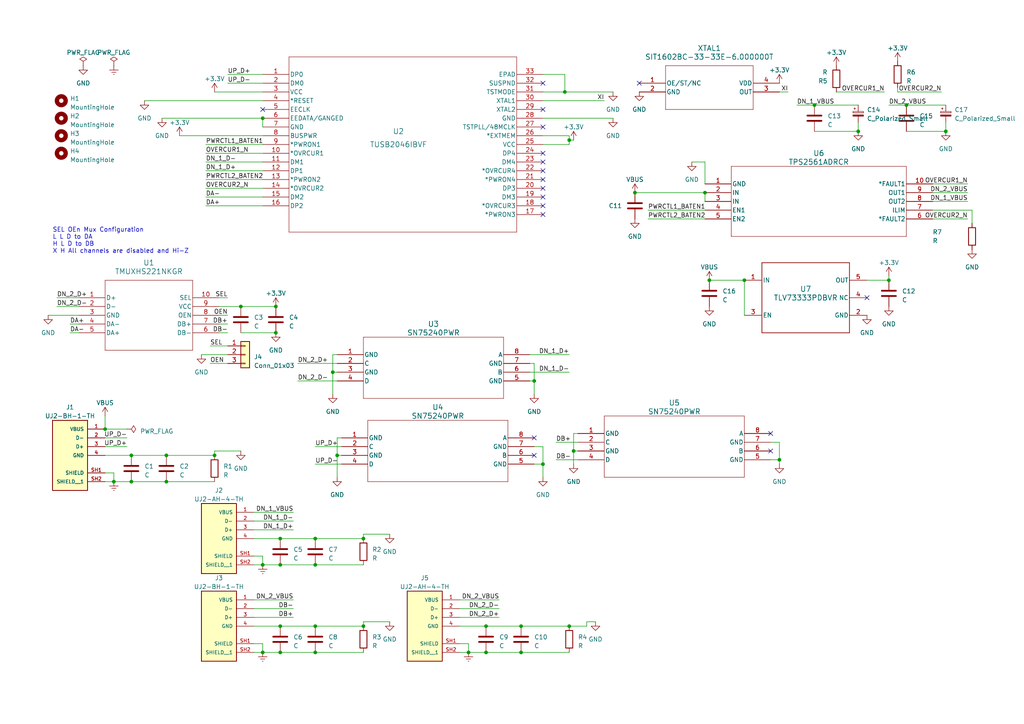
<source format=kicad_sch>
(kicad_sch (version 20230121) (generator eeschema)
  (paper "A4")
  (lib_symbols
    (symbol "Connector_Generic:Conn_01x03" (pin_names (offset 1.016) hide)
      (property "Reference" "J" (at 0 5.08 0))
      (property "Value" "Conn_01x03" (at 0 -5.08 0))
      (symbol "Conn_01x03_1_1"
        (rectangle (start -1.27 -2.413) (end 0 -2.667) (stroke (width 0.1524)))
        (rectangle (start -1.27 0.127) (end 0 -0.127) (stroke (width 0.1524)))
        (rectangle (start -1.27 2.667) (end 0 2.413) (stroke (width 0.1524)))
        (rectangle (start -1.27 3.81) (end 1.27 -3.81) (stroke (width 0.254)) (fill (type background)))
        (pin passive line (at -5.08 2.54 0) (length 3.81) (name "Pin_1") (number "1"))
        (pin passive line (at -5.08 0 0) (length 3.81) (name "Pin_2") (number "2"))
        (pin passive line (at -5.08 -2.54 0) (length 3.81) (name "Pin_3") (number "3"))
      )
    )
    (symbol "Device:C" (pin_numbers hide) (pin_names (offset 0.254))
      (property "Reference" "C" (at 0.635 2.54 0))
      (property "Value" "C" (at 0.635 -2.54 0))
      (symbol "C_0_1"
        (polyline (pts (xy -2.032 -0.762) (xy 2.032 -0.762)) (stroke (width 0.508)))
        (polyline (pts (xy -2.032 0.762) (xy 2.032 0.762)) (stroke (width 0.508)))
      )
      (symbol "C_1_1"
        (pin passive line (at 0 3.81 270) (length 2.794) (name "~") (number "1"))
        (pin passive line (at 0 -3.81 90) (length 2.794) (name "~") (number "2"))
      )
    )
    (symbol "Device:C_Polarized_Small" (pin_numbers hide) (pin_names (offset 0.254) hide)
      (property "Reference" "C" (at 0.254 1.778 0))
      (property "Value" "C_Polarized_Small" (at 0.254 -2.032 0))
      (symbol "C_Polarized_Small_0_1"
        (rectangle (start -1.524 -0.3048) (end 1.524 -0.6858) (fill (type outline)))
        (rectangle (start -1.524 0.6858) (end 1.524 0.3048))
        (polyline (pts (xy -1.27 1.524) (xy -0.762 1.524)))
        (polyline (pts (xy -1.016 1.27) (xy -1.016 1.778)))
      )
      (symbol "C_Polarized_Small_1_1"
        (pin passive line (at 0 2.54 270) (length 1.8542) (name "~") (number "1"))
        (pin passive line (at 0 -2.54 90) (length 1.8542) (name "~") (number "2"))
      )
    )
    (symbol "Device:R" (pin_numbers hide) (pin_names (offset 0))
      (property "Reference" "R" (at 2.032 0 90))
      (property "Value" "R" (at 0 0 90))
      (symbol "R_0_1"
        (rectangle (start -1.016 -2.54) (end 1.016 2.54) (stroke (width 0.254)))
      )
      (symbol "R_1_1"
        (pin passive line (at 0 3.81 270) (length 1.27) (name "~") (number "1"))
        (pin passive line (at 0 -3.81 90) (length 1.27) (name "~") (number "2"))
      )
    )
    (symbol "GP2040-CE-Tester:SIT1602BC-33-33E-6.000000T" (pin_names (offset 0.254))
      (property "Reference" "XTAL" (at 20.32 10.16 0))
      (property "Value" "SIT1602BC-33-33E-6.000000T" (at 20.32 7.62 0))
      (symbol "SIT1602BC-33-33E-6.000000T_0_1"
        (polyline (pts (xy 7.62 -7.62) (xy 33.02 -7.62)) (stroke (width 0.127)))
        (polyline (pts (xy 7.62 5.08) (xy 7.62 -7.62)) (stroke (width 0.127)))
        (polyline (pts (xy 33.02 -7.62) (xy 33.02 5.08)) (stroke (width 0.127)))
        (polyline (pts (xy 33.02 5.08) (xy 7.62 5.08)) (stroke (width 0.127)))
        (pin passive line (at 0 0 0) (length 7.62) (name "OE/ST/NC") (number "1"))
        (pin power_in line (at 0 -2.54 0) (length 7.62) (name "GND") (number "2"))
        (pin output line (at 40.64 -2.54 180) (length 7.62) (name "OUT") (number "3"))
        (pin power_in line (at 40.64 0 180) (length 7.62) (name "VDD") (number "4"))
      )
    )
    (symbol "GP2040-CE-Tester:SN75240PWR" (pin_names (offset 0.254))
      (property "Reference" "U" (at 27.94 10.16 0))
      (property "Value" "SN75240PWR" (at 27.94 7.62 0))
      (symbol "SN75240PWR_0_1"
        (polyline (pts (xy 7.62 -12.7) (xy 48.26 -12.7)) (stroke (width 0.127)))
        (polyline (pts (xy 7.62 5.08) (xy 7.62 -12.7)) (stroke (width 0.127)))
        (polyline (pts (xy 48.26 -12.7) (xy 48.26 5.08)) (stroke (width 0.127)))
        (polyline (pts (xy 48.26 5.08) (xy 7.62 5.08)) (stroke (width 0.127)))
        (pin power_in line (at 0 0 0) (length 7.62) (name "GND") (number "1"))
        (pin input line (at 0 -2.54 0) (length 7.62) (name "C") (number "2"))
        (pin power_in line (at 0 -5.08 0) (length 7.62) (name "GND") (number "3"))
        (pin input line (at 0 -7.62 0) (length 7.62) (name "D") (number "4"))
        (pin power_in line (at 55.88 -7.62 180) (length 7.62) (name "GND") (number "5"))
        (pin input line (at 55.88 -5.08 180) (length 7.62) (name "B") (number "6"))
        (pin power_in line (at 55.88 -2.54 180) (length 7.62) (name "GND") (number "7"))
        (pin input line (at 55.88 0 180) (length 7.62) (name "A") (number "8"))
      )
    )
    (symbol "GP2040-CE-Tester:TLV73333PDBVR" (pin_names (offset 0.254))
      (property "Reference" "U" (at 0 2.54 0))
      (property "Value" "TLV73333PDBVR" (at 0 0 0))
      (symbol "TLV73333PDBVR_0_1"
        (polyline (pts (xy -12.7 -10.16) (xy 12.7 -10.16)) (stroke (width 0.2032)))
        (polyline (pts (xy -12.7 10.16) (xy -12.7 -10.16)) (stroke (width 0.2032)))
        (polyline (pts (xy 12.7 -10.16) (xy 12.7 10.16)) (stroke (width 0.2032)))
        (polyline (pts (xy 12.7 10.16) (xy -12.7 10.16)) (stroke (width 0.2032)))
        (pin power_in line (at -17.78 5.08 0) (length 5.08) (name "IN") (number "1"))
        (pin power_in line (at 17.78 -5.08 180) (length 5.08) (name "GND") (number "2"))
        (pin input line (at -17.78 -5.08 0) (length 5.08) (name "EN") (number "3"))
        (pin unspecified line (at 17.78 0 180) (length 5.08) (name "NC") (number "4"))
        (pin power_in line (at 17.78 5.08 180) (length 5.08) (name "OUT") (number "5"))
      )
    )
    (symbol "GP2040-CE-Tester:TMUXHS221NKGR" (pin_names (offset 0.254))
      (property "Reference" "U" (at 20.32 10.16 0))
      (property "Value" "TMUXHS221NKGR" (at 20.32 7.62 0))
      (symbol "TMUXHS221NKGR_0_1"
        (polyline (pts (xy 7.62 -15.24) (xy 33.02 -15.24)) (stroke (width 0.127)))
        (polyline (pts (xy 7.62 5.08) (xy 7.62 -15.24)) (stroke (width 0.127)))
        (polyline (pts (xy 33.02 -15.24) (xy 33.02 5.08)) (stroke (width 0.127)))
        (polyline (pts (xy 33.02 5.08) (xy 7.62 5.08)) (stroke (width 0.127)))
        (pin bidirectional line (at 0 0 0) (length 7.62) (name "D+") (number "1"))
        (pin input line (at 40.64 0 180) (length 7.62) (name "SEL") (number "10"))
        (pin bidirectional line (at 0 -2.54 0) (length 7.62) (name "D-") (number "2"))
        (pin power_in line (at 0 -5.08 0) (length 7.62) (name "GND") (number "3"))
        (pin bidirectional line (at 0 -7.62 0) (length 7.62) (name "DA-") (number "4"))
        (pin bidirectional line (at 0 -10.16 0) (length 7.62) (name "DA+") (number "5"))
        (pin bidirectional line (at 40.64 -10.16 180) (length 7.62) (name "DB-") (number "6"))
        (pin bidirectional line (at 40.64 -7.62 180) (length 7.62) (name "DB+") (number "7"))
        (pin input line (at 40.64 -5.08 180) (length 7.62) (name "OEN") (number "8"))
        (pin power_in line (at 40.64 -2.54 180) (length 7.62) (name "VCC") (number "9"))
      )
    )
    (symbol "GP2040-CE-Tester:TPS2561ADRCR" (pin_names (offset 0.254))
      (property "Reference" "U" (at 33.02 10.16 0))
      (property "Value" "TPS2561ADRCR" (at 33.02 7.62 0))
      (symbol "TPS2561ADRCR_0_1"
        (polyline (pts (xy 7.62 -15.24) (xy 58.42 -15.24)) (stroke (width 0.127)))
        (polyline (pts (xy 7.62 5.08) (xy 7.62 -15.24)) (stroke (width 0.127)))
        (polyline (pts (xy 58.42 -15.24) (xy 58.42 5.08)) (stroke (width 0.127)))
        (polyline (pts (xy 58.42 5.08) (xy 7.62 5.08)) (stroke (width 0.127)))
        (pin power_in line (at 0 0 0) (length 7.62) (name "GND") (number "1"))
        (pin output line (at 66.04 0 180) (length 7.62) (name "*FAULT1") (number "10"))
        (pin power_in line (at 0 -2.54 0) (length 7.62) (name "IN") (number "2"))
        (pin power_in line (at 0 -5.08 0) (length 7.62) (name "IN") (number "3"))
        (pin input line (at 0 -7.62 0) (length 7.62) (name "EN1") (number "4"))
        (pin input line (at 0 -10.16 0) (length 7.62) (name "EN2") (number "5"))
        (pin output line (at 66.04 -10.16 180) (length 7.62) (name "*FAULT2") (number "6"))
        (pin output line (at 66.04 -7.62 180) (length 7.62) (name "ILIM") (number "7"))
        (pin power_out line (at 66.04 -5.08 180) (length 7.62) (name "OUT2") (number "8"))
        (pin power_out line (at 66.04 -2.54 180) (length 7.62) (name "OUT1") (number "9"))
      )
    )
    (symbol "GP2040-CE-Tester:TUSB2046IBVF" (pin_names (offset 0.254))
      (property "Reference" "U" (at 40.64 10.16 0))
      (property "Value" "TUSB2046IBVF" (at 40.64 7.62 0))
      (symbol "TUSB2046IBVF_0_1"
        (polyline (pts (xy 7.62 -45.72) (xy 73.66 -45.72)) (stroke (width 0.127)))
        (polyline (pts (xy 7.62 5.08) (xy 7.62 -45.72)) (stroke (width 0.127)))
        (polyline (pts (xy 73.66 -45.72) (xy 73.66 5.08)) (stroke (width 0.127)))
        (polyline (pts (xy 73.66 5.08) (xy 7.62 5.08)) (stroke (width 0.127)))
        (pin bidirectional line (at 0 0 0) (length 7.62) (name "DP0") (number "1"))
        (pin input line (at 0 -22.86 0) (length 7.62) (name "*OVRCUR1") (number "10"))
        (pin bidirectional line (at 0 -25.4 0) (length 7.62) (name "DM1") (number "11"))
        (pin bidirectional line (at 0 -27.94 0) (length 7.62) (name "DP1") (number "12"))
        (pin output line (at 0 -30.48 0) (length 7.62) (name "*PWRON2") (number "13"))
        (pin input line (at 0 -33.02 0) (length 7.62) (name "*OVRCUR2") (number "14"))
        (pin bidirectional line (at 0 -35.56 0) (length 7.62) (name "DM2") (number "15"))
        (pin bidirectional line (at 0 -38.1 0) (length 7.62) (name "DP2") (number "16"))
        (pin output line (at 81.28 -40.64 180) (length 7.62) (name "*PWRON3") (number "17"))
        (pin input line (at 81.28 -38.1 180) (length 7.62) (name "*OVRCUR3") (number "18"))
        (pin bidirectional line (at 81.28 -35.56 180) (length 7.62) (name "DM3") (number "19"))
        (pin bidirectional line (at 0 -2.54 0) (length 7.62) (name "DM0") (number "2"))
        (pin bidirectional line (at 81.28 -33.02 180) (length 7.62) (name "DP3") (number "20"))
        (pin output line (at 81.28 -30.48 180) (length 7.62) (name "*PWRON4") (number "21"))
        (pin input line (at 81.28 -27.94 180) (length 7.62) (name "*OVRCUR4") (number "22"))
        (pin bidirectional line (at 81.28 -25.4 180) (length 7.62) (name "DM4") (number "23"))
        (pin bidirectional line (at 81.28 -22.86 180) (length 7.62) (name "DP4") (number "24"))
        (pin power_in line (at 81.28 -20.32 180) (length 7.62) (name "VCC") (number "25"))
        (pin input line (at 81.28 -17.78 180) (length 7.62) (name "*EXTMEM") (number "26"))
        (pin passive line (at 81.28 -15.24 180) (length 7.62) (name "TSTPLL/48MCLK") (number "27"))
        (pin power_in line (at 81.28 -12.7 180) (length 7.62) (name "GND") (number "28"))
        (pin output line (at 81.28 -10.16 180) (length 7.62) (name "XTAL2") (number "29"))
        (pin power_in line (at 0 -5.08 0) (length 7.62) (name "VCC") (number "3"))
        (pin input line (at 81.28 -7.62 180) (length 7.62) (name "XTAL1") (number "30"))
        (pin passive line (at 81.28 -5.08 180) (length 7.62) (name "TSTMODE") (number "31"))
        (pin output line (at 81.28 -2.54 180) (length 7.62) (name "SUSPND") (number "32"))
        (pin passive line (at 81.28 0 180) (length 7.62) (name "EPAD") (number "33"))
        (pin input line (at 0 -7.62 0) (length 7.62) (name "*RESET") (number "4"))
        (pin output line (at 0 -10.16 0) (length 7.62) (name "EECLK") (number "5"))
        (pin bidirectional line (at 0 -12.7 0) (length 7.62) (name "EEDATA/GANGED") (number "6"))
        (pin power_in line (at 0 -15.24 0) (length 7.62) (name "GND") (number "7"))
        (pin input line (at 0 -17.78 0) (length 7.62) (name "BUSPWR") (number "8"))
        (pin output line (at 0 -20.32 0) (length 7.62) (name "*PWRON1") (number "9"))
      )
    )
    (symbol "GP2040-CE-Tester:UJ2-AH-4-TH" (pin_names (offset 1.016))
      (property "Reference" "J" (at -5.08 7.62 0))
      (property "Value" "UJ2-AH-4-TH" (at -5.08 -15.24 0))
      (symbol "UJ2-AH-4-TH_0_0"
        (rectangle (start -5.08 7.62) (end 5.08 -12.7) (stroke (width 0.254)) (fill (type background)))
        (pin power_in line (at 10.16 5.08 180) (length 5.08) (name "VBUS") (number "1"))
        (pin bidirectional line (at 10.16 2.54 180) (length 5.08) (name "D-") (number "2"))
        (pin bidirectional line (at 10.16 0 180) (length 5.08) (name "D+") (number "3"))
        (pin power_in line (at 10.16 -2.54 180) (length 5.08) (name "GND") (number "4"))
        (pin passive line (at 10.16 -7.62 180) (length 5.08) (name "SHIELD") (number "SH1"))
        (pin passive line (at 10.16 -10.16 180) (length 5.08) (name "SHIELD__1") (number "SH2"))
      )
    )
    (symbol "GP2040-CE-Tester:UJ2-BH-1-TH" (pin_names (offset 1.016))
      (property "Reference" "J" (at -5.08 7.62 0))
      (property "Value" "UJ2-BH-1-TH" (at -5.08 -15.24 0))
      (symbol "UJ2-BH-1-TH_0_0"
        (rectangle (start -5.08 -12.7) (end 5.08 7.62) (stroke (width 0.254)) (fill (type background)))
        (pin power_in line (at 10.16 5.08 180) (length 5.08) (name "VBUS") (number "1"))
        (pin bidirectional line (at 10.16 2.54 180) (length 5.08) (name "D-") (number "2"))
        (pin bidirectional line (at 10.16 0 180) (length 5.08) (name "D+") (number "3"))
        (pin power_in line (at 10.16 -2.54 180) (length 5.08) (name "GND") (number "4"))
        (pin passive line (at 10.16 -7.62 180) (length 5.08) (name "SHIELD") (number "SH1"))
        (pin passive line (at 10.16 -10.16 180) (length 5.08) (name "SHIELD__1") (number "SH2"))
      )
    )
    (symbol "Mechanical:MountingHole" (pin_names (offset 1.016))
      (property "Reference" "H" (at 0 5.08 0))
      (property "Value" "MountingHole" (at 0 3.175 0))
      (symbol "MountingHole_0_1"
        (circle (center 0 0) (radius 1.27) (stroke (width 1.27)))
      )
    )
    (symbol "power:+3.3V" (power) (pin_names (offset 0))
      (property "Value" "+3.3V" (at 0 3.556 0))
      (symbol "+3.3V_0_1"
        (polyline (pts (xy -0.762 1.27) (xy 0 2.54)))
        (polyline (pts (xy 0 0) (xy 0 2.54)))
        (polyline (pts (xy 0 2.54) (xy 0.762 1.27)))
      )
      (symbol "+3.3V_1_1"
        (pin power_in line (at 0 0 90) (length 0) hide (name "+3.3V") (number "1"))
      )
    )
    (symbol "power:Earth" (power) (pin_names (offset 0))
      (symbol "Earth_0_1"
        (polyline (pts (xy -0.635 -1.905) (xy 0.635 -1.905)))
        (polyline (pts (xy -0.127 -2.54) (xy 0.127 -2.54)))
        (polyline (pts (xy 0 -1.27) (xy 0 0)))
        (polyline (pts (xy 1.27 -1.27) (xy -1.27 -1.27)))
      )
      (symbol "Earth_1_1"
        (pin power_in line (at 0 0 270) (length 0) hide (name "Earth") (number "1"))
      )
    )
    (symbol "power:GND" (power) (pin_names (offset 0))
      (property "Value" "GND" (at 0 -3.81 0))
      (symbol "GND_0_1"
        (polyline (pts (xy 0 0) (xy 0 -1.27) (xy 1.27 -1.27) (xy 0 -2.54) (xy -1.27 -1.27) (xy 0 -1.27)))
      )
      (symbol "GND_1_1"
        (pin power_in line (at 0 0 270) (length 0) hide (name "GND") (number "1"))
      )
    )
    (symbol "power:PWR_FLAG" (power) (pin_numbers hide) (pin_names (offset 0) hide)
      (property "Value" "PWR_FLAG" (at 0 3.81 0))
      (symbol "PWR_FLAG_0_0"
        (pin power_out line (at 0 0 90) (length 0) (name "pwr") (number "1"))
      )
      (symbol "PWR_FLAG_0_1"
        (polyline (pts (xy 0 0) (xy 0 1.27) (xy -1.016 1.905) (xy 0 2.54) (xy 1.016 1.905) (xy 0 1.27)))
      )
    )
    (symbol "power:VBUS" (power) (pin_names (offset 0))
      (property "Value" "VBUS" (at 0 3.81 0))
      (symbol "VBUS_0_1"
        (polyline (pts (xy -0.762 1.27) (xy 0 2.54)))
        (polyline (pts (xy 0 0) (xy 0 2.54)))
        (polyline (pts (xy 0 2.54) (xy 0.762 1.27)))
      )
      (symbol "VBUS_1_1"
        (pin power_in line (at 0 0 90) (length 0) hide (name "VBUS") (number "1"))
      )
    )
  )
  (junction (at 205.74 81.28))
  (junction (at 30.48 124.46))
  (junction (at 91.44 156.21))
  (junction (at 257.81 81.28))
  (junction (at 97.79 132.08))
  (junction (at 69.85 88.9))
  (junction (at 80.01 96.52))
  (junction (at 151.13 181.61))
  (junction (at 76.2 163.83))
  (junction (at 154.94 110.49))
  (junction (at 151.13 189.23))
  (junction (at 81.28 156.21))
  (junction (at 236.22 30.48))
  (junction (at 81.28 189.23))
  (junction (at 91.44 163.83))
  (junction (at 105.41 181.61))
  (junction (at 48.26 139.7))
  (junction (at 204.47 55.88))
  (junction (at 33.02 139.7))
  (junction (at 165.1 181.61))
  (junction (at 166.37 130.81))
  (junction (at 91.44 181.61))
  (junction (at 91.44 189.23))
  (junction (at 81.28 163.83))
  (junction (at 38.1 132.08))
  (junction (at 81.28 181.61))
  (junction (at 135.89 189.23))
  (junction (at 38.1 139.7))
  (junction (at 262.89 30.48))
  (junction (at 274.32 38.1))
  (junction (at 248.92 38.1))
  (junction (at 76.2 189.23))
  (junction (at 140.97 189.23))
  (junction (at 215.9 81.28))
  (junction (at 48.26 132.08))
  (junction (at 226.06 133.35))
  (junction (at 184.15 55.88))
  (junction (at 76.2 34.29))
  (junction (at 140.97 181.61))
  (junction (at 165.1 40.64))
  (junction (at 157.48 134.62))
  (junction (at 62.23 132.08))
  (junction (at 80.01 88.9))
  (junction (at 163.83 26.67))
  (junction (at 96.52 107.95))
  (junction (at 105.41 156.21))
  (no_connect (at 157.48 59.69))
  (no_connect (at 157.48 62.23))
  (no_connect (at 157.48 36.83))
  (no_connect (at 223.52 125.73))
  (no_connect (at 154.94 132.08))
  (no_connect (at 251.46 86.36))
  (no_connect (at 157.48 46.99))
  (no_connect (at 157.48 54.61))
  (no_connect (at 154.94 127))
  (no_connect (at 157.48 52.07))
  (no_connect (at 76.2 31.75))
  (no_connect (at 185.42 24.13))
  (no_connect (at 157.48 31.75))
  (no_connect (at 223.52 130.81))
  (no_connect (at 157.48 24.13))
  (no_connect (at 157.48 44.45))
  (no_connect (at 157.48 57.15))
  (no_connect (at 157.48 49.53))
  (wire (pts (xy 76.2 163.83) (xy 76.2 161.29)))
  (wire (pts (xy 36.83 129.54) (xy 30.48 129.54)))
  (wire (pts (xy 228.6 26.67) (xy 226.06 26.67)))
  (wire (pts (xy 97.79 132.08) (xy 97.79 138.43)))
  (wire (pts (xy 204.47 46.99) (xy 200.66 46.99)))
  (wire (pts (xy 157.48 129.54) (xy 157.48 134.62)))
  (wire (pts (xy 257.81 30.48) (xy 262.89 30.48)))
  (wire (pts (xy 154.94 134.62) (xy 157.48 134.62)))
  (wire (pts (xy 59.69 49.53) (xy 76.2 49.53)))
  (wire (pts (xy 66.04 24.13) (xy 76.2 24.13)))
  (wire (pts (xy 161.29 128.27) (xy 167.64 128.27)))
  (wire (pts (xy 144.78 179.07) (xy 133.35 179.07)))
  (wire (pts (xy 165.1 41.91) (xy 165.1 40.64)))
  (wire (pts (xy 66.04 96.52) (xy 63.5 96.52)))
  (wire (pts (xy 133.35 181.61) (xy 140.97 181.61)))
  (wire (pts (xy 260.35 26.67) (xy 260.35 25.4)))
  (wire (pts (xy 157.48 134.62) (xy 157.48 138.43)))
  (wire (pts (xy 96.52 107.95) (xy 97.79 107.95)))
  (wire (pts (xy 184.15 55.88) (xy 204.47 55.88)))
  (wire (pts (xy 236.22 30.48) (xy 248.92 30.48)))
  (wire (pts (xy 69.85 88.9) (xy 80.01 88.9)))
  (wire (pts (xy 73.66 181.61) (xy 81.28 181.61)))
  (wire (pts (xy 91.44 134.62) (xy 99.06 134.62)))
  (wire (pts (xy 36.83 127) (xy 30.48 127)))
  (wire (pts (xy 62.23 26.67) (xy 76.2 26.67)))
  (wire (pts (xy 97.79 132.08) (xy 99.06 132.08)))
  (wire (pts (xy 66.04 91.44) (xy 63.5 91.44)))
  (wire (pts (xy 165.1 181.61) (xy 170.18 181.61)))
  (wire (pts (xy 161.29 133.35) (xy 167.64 133.35)))
  (wire (pts (xy 85.09 148.59) (xy 73.66 148.59)))
  (wire (pts (xy 59.69 57.15) (xy 76.2 57.15)))
  (wire (pts (xy 151.13 181.61) (xy 165.1 181.61)))
  (wire (pts (xy 59.69 54.61) (xy 76.2 54.61)))
  (wire (pts (xy 151.13 189.23) (xy 165.1 189.23)))
  (wire (pts (xy 154.94 105.41) (xy 154.94 110.49)))
  (wire (pts (xy 38.1 139.7) (xy 48.26 139.7)))
  (wire (pts (xy 30.48 139.7) (xy 33.02 139.7)))
  (wire (pts (xy 223.52 133.35) (xy 226.06 133.35)))
  (wire (pts (xy 163.83 21.59) (xy 163.83 26.67)))
  (wire (pts (xy 251.46 81.28) (xy 257.81 81.28)))
  (wire (pts (xy 105.41 181.61) (xy 105.41 180.34)))
  (wire (pts (xy 144.78 173.99) (xy 133.35 173.99)))
  (wire (pts (xy 60.96 105.41) (xy 66.04 105.41)))
  (wire (pts (xy 280.67 53.34) (xy 270.51 53.34)))
  (wire (pts (xy 223.52 128.27) (xy 226.06 128.27)))
  (wire (pts (xy 226.06 133.35) (xy 226.06 134.62)))
  (wire (pts (xy 170.18 180.34) (xy 172.72 180.34)))
  (wire (pts (xy 91.44 181.61) (xy 105.41 181.61)))
  (wire (pts (xy 66.04 86.36) (xy 63.5 86.36)))
  (wire (pts (xy 59.69 44.45) (xy 76.2 44.45)))
  (wire (pts (xy 76.2 189.23) (xy 76.2 186.69)))
  (wire (pts (xy 33.02 137.16) (xy 30.48 137.16)))
  (wire (pts (xy 91.44 156.21) (xy 105.41 156.21)))
  (wire (pts (xy 97.79 102.87) (xy 96.52 102.87)))
  (wire (pts (xy 59.69 41.91) (xy 76.2 41.91)))
  (wire (pts (xy 205.74 81.28) (xy 215.9 81.28)))
  (wire (pts (xy 187.96 63.5) (xy 204.47 63.5)))
  (wire (pts (xy 187.96 60.96) (xy 204.47 60.96)))
  (wire (pts (xy 135.89 189.23) (xy 135.89 186.69)))
  (wire (pts (xy 97.79 127) (xy 97.79 132.08)))
  (wire (pts (xy 60.96 100.33) (xy 66.04 100.33)))
  (wire (pts (xy 81.28 156.21) (xy 91.44 156.21)))
  (wire (pts (xy 66.04 93.98) (xy 63.5 93.98)))
  (wire (pts (xy 280.67 58.42) (xy 270.51 58.42)))
  (wire (pts (xy 144.78 176.53) (xy 133.35 176.53)))
  (wire (pts (xy 280.67 55.88) (xy 270.51 55.88)))
  (wire (pts (xy 135.89 189.23) (xy 140.97 189.23)))
  (wire (pts (xy 81.28 163.83) (xy 91.44 163.83)))
  (wire (pts (xy 215.9 81.28) (xy 215.9 91.44)))
  (wire (pts (xy 76.2 163.83) (xy 81.28 163.83)))
  (wire (pts (xy 76.2 186.69) (xy 73.66 186.69)))
  (wire (pts (xy 262.89 30.48) (xy 274.32 30.48)))
  (wire (pts (xy 105.41 154.94) (xy 113.03 154.94)))
  (wire (pts (xy 153.67 110.49) (xy 154.94 110.49)))
  (wire (pts (xy 226.06 128.27) (xy 226.06 133.35)))
  (wire (pts (xy 135.89 186.69) (xy 133.35 186.69)))
  (wire (pts (xy 165.1 107.95) (xy 153.67 107.95)))
  (wire (pts (xy 76.2 34.29) (xy 76.2 36.83)))
  (wire (pts (xy 16.51 88.9) (xy 22.86 88.9)))
  (wire (pts (xy 85.09 153.67) (xy 73.66 153.67)))
  (wire (pts (xy 153.67 105.41) (xy 154.94 105.41)))
  (wire (pts (xy 163.83 21.59) (xy 157.48 21.59)))
  (wire (pts (xy 13.97 91.44) (xy 22.86 91.44)))
  (wire (pts (xy 63.5 88.9) (xy 69.85 88.9)))
  (wire (pts (xy 97.79 127) (xy 99.06 127)))
  (wire (pts (xy 16.51 86.36) (xy 22.86 86.36)))
  (wire (pts (xy 281.94 60.96) (xy 281.94 64.77)))
  (wire (pts (xy 85.09 173.99) (xy 73.66 173.99)))
  (wire (pts (xy 274.32 35.56) (xy 274.32 38.1)))
  (wire (pts (xy 165.1 40.64) (xy 165.1 39.37)))
  (wire (pts (xy 76.2 189.23) (xy 81.28 189.23)))
  (wire (pts (xy 30.48 132.08) (xy 38.1 132.08)))
  (wire (pts (xy 69.85 96.52) (xy 80.01 96.52)))
  (wire (pts (xy 105.41 156.21) (xy 105.41 154.94)))
  (wire (pts (xy 48.26 139.7) (xy 62.23 139.7)))
  (wire (pts (xy 59.69 52.07) (xy 76.2 52.07)))
  (wire (pts (xy 177.8 26.67) (xy 163.83 26.67)))
  (wire (pts (xy 81.28 189.23) (xy 91.44 189.23)))
  (wire (pts (xy 41.91 29.21) (xy 76.2 29.21)))
  (wire (pts (xy 166.37 130.81) (xy 166.37 134.62)))
  (wire (pts (xy 166.37 125.73) (xy 166.37 130.81)))
  (wire (pts (xy 166.37 40.64) (xy 165.1 40.64)))
  (wire (pts (xy 105.41 180.34) (xy 113.03 180.34)))
  (wire (pts (xy 166.37 130.81) (xy 167.64 130.81)))
  (wire (pts (xy 170.18 181.61) (xy 170.18 180.34)))
  (wire (pts (xy 157.48 41.91) (xy 165.1 41.91)))
  (wire (pts (xy 91.44 163.83) (xy 105.41 163.83)))
  (wire (pts (xy 38.1 132.08) (xy 48.26 132.08)))
  (wire (pts (xy 257.81 80.01) (xy 257.81 81.28)))
  (wire (pts (xy 133.35 189.23) (xy 135.89 189.23)))
  (wire (pts (xy 256.54 26.67) (xy 242.57 26.67)))
  (wire (pts (xy 73.66 163.83) (xy 76.2 163.83)))
  (wire (pts (xy 48.26 132.08) (xy 62.23 132.08)))
  (wire (pts (xy 204.47 53.34) (xy 204.47 46.99)))
  (wire (pts (xy 86.36 105.41) (xy 97.79 105.41)))
  (wire (pts (xy 33.02 139.7) (xy 33.02 137.16)))
  (wire (pts (xy 20.32 96.52) (xy 22.86 96.52)))
  (wire (pts (xy 66.04 21.59) (xy 76.2 21.59)))
  (wire (pts (xy 280.67 63.5) (xy 270.51 63.5)))
  (wire (pts (xy 33.02 139.7) (xy 38.1 139.7)))
  (wire (pts (xy 46.99 34.29) (xy 76.2 34.29)))
  (wire (pts (xy 73.66 189.23) (xy 76.2 189.23)))
  (wire (pts (xy 86.36 110.49) (xy 97.79 110.49)))
  (wire (pts (xy 58.42 102.87) (xy 66.04 102.87)))
  (wire (pts (xy 167.64 125.73) (xy 166.37 125.73)))
  (wire (pts (xy 62.23 132.08) (xy 62.23 130.81)))
  (wire (pts (xy 96.52 102.87) (xy 96.52 107.95)))
  (wire (pts (xy 165.1 39.37) (xy 157.48 39.37)))
  (wire (pts (xy 73.66 179.07) (xy 85.09 179.07)))
  (wire (pts (xy 204.47 55.88) (xy 204.47 58.42)))
  (wire (pts (xy 248.92 35.56) (xy 248.92 38.1)))
  (wire (pts (xy 91.44 189.23) (xy 105.41 189.23)))
  (wire (pts (xy 52.07 39.37) (xy 76.2 39.37)))
  (wire (pts (xy 85.09 151.13) (xy 73.66 151.13)))
  (wire (pts (xy 62.23 130.81) (xy 69.85 130.81)))
  (wire (pts (xy 81.28 181.61) (xy 91.44 181.61)))
  (wire (pts (xy 163.83 26.67) (xy 157.48 26.67)))
  (wire (pts (xy 30.48 120.65) (xy 30.48 124.46)))
  (wire (pts (xy 91.44 129.54) (xy 99.06 129.54)))
  (wire (pts (xy 177.8 34.29) (xy 157.48 34.29)))
  (wire (pts (xy 154.94 129.54) (xy 157.48 129.54)))
  (wire (pts (xy 59.69 59.69) (xy 76.2 59.69)))
  (wire (pts (xy 270.51 60.96) (xy 281.94 60.96)))
  (wire (pts (xy 175.26 29.21) (xy 157.48 29.21)))
  (wire (pts (xy 59.69 46.99) (xy 76.2 46.99)))
  (wire (pts (xy 20.32 93.98) (xy 22.86 93.98)))
  (wire (pts (xy 165.1 102.87) (xy 153.67 102.87)))
  (wire (pts (xy 140.97 189.23) (xy 151.13 189.23)))
  (wire (pts (xy 73.66 156.21) (xy 81.28 156.21)))
  (wire (pts (xy 85.09 176.53) (xy 73.66 176.53)))
  (wire (pts (xy 76.2 161.29) (xy 73.66 161.29)))
  (wire (pts (xy 154.94 110.49) (xy 154.94 114.3)))
  (wire (pts (xy 248.92 38.1) (xy 236.22 38.1)))
  (wire (pts (xy 273.05 26.67) (xy 260.35 26.67)))
  (wire (pts (xy 274.32 38.1) (xy 262.89 38.1)))
  (wire (pts (xy 36.83 124.46) (xy 30.48 124.46)))
  (wire (pts (xy 96.52 107.95) (xy 96.52 114.3)))
  (wire (pts (xy 140.97 181.61) (xy 151.13 181.61)))
  (wire (pts (xy 231.14 30.48) (xy 236.22 30.48)))
  (text "SEL OEn Mux Configuration\nL L D to DA\nH L D to DB\nX H All channels are disabled and Hi-Z" (at 15.24 73.66 0) (effects (font (size 1.27 1.27)) (justify left bottom)))
  (label "DB+" (at 85.09 179.07 180))
  (label "OVERCUR1_N" (at 59.69 44.45 0))
  (label "DN_1_D+" (at 165.1 102.87 180))
  (label "UP_D+" (at 66.04 21.59 0))
  (label "DN_1_D-" (at 85.09 151.13 180))
  (label "DB-" (at 161.29 133.35 0))
  (label "OVERCUR1_N" (at 280.67 53.34 180))
  (label "XI" (at 228.6 26.67 180))
  (label "DN_1_D-" (at 165.1 107.95 180))
  (label "UP_D-" (at 91.44 134.62 0))
  (label "UP_D+" (at 36.83 129.54 180))
  (label "DN_1_D+" (at 85.09 153.67 180))
  (label "DA-" (at 20.32 96.52 0))
  (label "OVERCUR2_N" (at 280.67 63.5 180))
  (label "DA+" (at 20.32 93.98 0))
  (label "DN_2_VBUS" (at 85.09 173.99 180))
  (label "DN_2_VBUS" (at 144.78 173.99 180))
  (label "XI" (at 175.26 29.21 180))
  (label "OEN" (at 60.96 105.41 0))
  (label "DB+" (at 161.29 128.27 0))
  (label "DA+" (at 59.69 59.69 0))
  (label "DN_2_D+" (at 16.51 86.36 0))
  (label "DN_1_VBUS" (at 231.14 30.48 0))
  (label "DB+" (at 66.04 93.98 180))
  (label "SEL" (at 66.04 86.36 180))
  (label "DN_1_VBUS" (at 85.09 148.59 180))
  (label "PWRCTL2_BATEN2" (at 187.96 63.5 0))
  (label "OVERCUR2_N" (at 59.69 54.61 0))
  (label "UP_D-" (at 36.83 127 180))
  (label "OEN" (at 66.04 91.44 180))
  (label "DN_1_VBUS" (at 280.67 58.42 180))
  (label "PWRCTL1_BATEN1" (at 59.69 41.91 0))
  (label "UP_D-" (at 66.04 24.13 0))
  (label "DN_2_D-" (at 86.36 110.49 0))
  (label "DN_1_D-" (at 59.69 46.99 0))
  (label "DN_1_D+" (at 59.69 49.53 0))
  (label "OVERCUR1_N" (at 256.54 26.67 180))
  (label "PWRCTL1_BATEN1" (at 187.96 60.96 0))
  (label "DN_2_D+" (at 144.78 179.07 180))
  (label "SEL" (at 60.96 100.33 0))
  (label "DN_2_D+" (at 86.36 105.41 0))
  (label "PWRCTL2_BATEN2" (at 59.69 52.07 0))
  (label "DN_2_VBUS" (at 280.67 55.88 180))
  (label "DB-" (at 66.04 96.52 180))
  (label "OVERCUR2_N" (at 273.05 26.67 180))
  (label "DB-" (at 85.09 176.53 180))
  (label "DN_2_D-" (at 16.51 88.9 0))
  (label "DN_2_VBUS" (at 257.81 30.48 0))
  (label "DA-" (at 59.69 57.15 0))
  (label "DN_2_D-" (at 144.78 176.53 180))
  (label "UP_D+" (at 91.44 129.54 0))
  (symbol (lib_id "GP2040-CE-Tester:TUSB2046IBVF") (at 76.2 21.59 0) (unit 1)
    (property "Reference" "U2" (at 115.57 38.1 0) (effects (font (size 1.524 1.524))))
    (property "Value" "TUSB2046IBVF" (at 115.57 41.91 0) (effects (font (size 1.524 1.524))))
    (property "Footprint" "GP2040-CE-Tester:RHB32_3P45X3P45_TEX" (effects hide))
    (property "Datasheet" "TUSB2046IBVF" (effects hide))
  )
  (symbol (lib_id "power:Earth") (at 76.2 163.83 0) (unit 1)
    (property "Reference" "#PWR011" (effects hide))
    (property "Value" "Earth" (effects hide))
  )
  (symbol (lib_id "power:GND") (at 200.66 46.99 0) (unit 1)
    (property "Reference" "#PWR030" (effects hide))
    (property "Value" "GND" (at 200.66 52.07 0))
  )
  (symbol (lib_id "power:PWR_FLAG") (at 24.13 19.05 0) (unit 1)
    (property "Reference" "#FLG03" (effects hide))
    (property "Value" "PWR_FLAG" (at 24.13 15.24 0))
  )
  (symbol (lib_id "power:GND") (at 96.52 114.3 0) (unit 1)
    (property "Reference" "#PWR015" (effects hide))
    (property "Value" "GND" (at 96.52 119.38 0))
  )
  (symbol (lib_id "power:Earth") (at 33.02 139.7 0) (unit 1)
    (property "Reference" "#PWR04" (effects hide))
    (property "Value" "Earth" (effects hide))
  )
  (symbol (lib_id "Mechanical:MountingHole") (at 17.78 29.21 0) (unit 1)
    (property "Reference" "H1" (at 20.32 28.575 0) (effects (justify left)))
    (property "Value" "MountingHole" (at 20.32 31.115 0) (effects (justify left)))
    (property "Footprint" "MountingHole:MountingHole_2.5mm" (effects hide))
  )
  (symbol (lib_id "Device:C") (at 81.28 185.42 0) (unit 1)
    (property "Reference" "C6" (at 85.09 184.785 0) (effects (justify left)))
    (property "Value" "C" (at 85.09 187.325 0) (effects (justify left)))
    (property "Footprint" "Capacitor_SMD:C_0603_1608Metric" (effects hide))
  )
  (symbol (lib_id "GP2040-CE-Tester:TMUXHS221NKGR") (at 22.86 86.36 0) (unit 1)
    (property "Reference" "U1" (at 43.18 76.2 0) (effects (font (size 1.524 1.524))))
    (property "Value" "TMUXHS221NKGR" (at 43.18 78.74 0) (effects (font (size 1.524 1.524))))
    (property "Footprint" "GP2040-CE-Tester:TMUXHS221" (effects hide))
    (property "Datasheet" "TMUXHS221NKGR" (effects hide))
  )
  (symbol (lib_id "power:GND") (at 177.8 26.67 0) (unit 1)
    (property "Reference" "#PWR025" (effects hide))
    (property "Value" "GND" (at 177.8 31.75 0))
  )
  (symbol (lib_id "Device:C") (at 151.13 185.42 0) (unit 1)
    (property "Reference" "C10" (at 154.94 184.785 0) (effects (justify left)))
    (property "Value" "C" (at 154.94 187.325 0) (effects (justify left)))
    (property "Footprint" "Capacitor_SMD:C_0603_1608Metric" (effects hide))
  )
  (symbol (lib_id "Device:C") (at 81.28 160.02 0) (unit 1)
    (property "Reference" "C5" (at 85.09 159.385 0) (effects (justify left)))
    (property "Value" "C" (at 85.09 161.925 0) (effects (justify left)))
    (property "Footprint" "Capacitor_SMD:C_0603_1608Metric" (effects hide))
  )
  (symbol (lib_id "power:+3.3V") (at 260.35 17.78 0) (unit 1)
    (property "Reference" "#PWR038" (effects hide))
    (property "Value" "+3.3V" (at 260.35 13.97 0))
  )
  (symbol (lib_id "power:GND") (at 157.48 138.43 0) (unit 1)
    (property "Reference" "#PWR021" (effects hide))
    (property "Value" "GND" (at 157.48 143.51 0))
  )
  (symbol (lib_id "GP2040-CE-Tester:SIT1602BC-33-33E-6.000000T") (at 185.42 24.13 0) (unit 1)
    (property "Reference" "XTAL1" (at 205.74 13.97 0) (effects (font (size 1.524 1.524))))
    (property "Value" "SIT1602BC-33-33E-6.000000T" (at 205.74 16.51 0) (effects (font (size 1.524 1.524))))
    (property "Footprint" "GP2040-CE-Tester:SON4_SIT1602-3_SIT" (effects hide))
    (property "Datasheet" "SIT1602AC-33-33E-24.000000Y" (effects hide))
  )
  (symbol (lib_id "Device:C") (at 80.01 92.71 0) (unit 1)
    (property "Reference" "C4" (at 83.82 92.075 0) (effects (justify left)))
    (property "Value" "C" (at 83.82 94.615 0) (effects (justify left)))
    (property "Footprint" "Capacitor_SMD:C_0603_1608Metric" (effects hide))
  )
  (symbol (lib_id "GP2040-CE-Tester:TPS2561ADRCR") (at 204.47 53.34 0) (unit 1)
    (property "Reference" "U6" (at 237.49 44.45 0) (effects (font (size 1.524 1.524))))
    (property "Value" "TPS2561ADRCR" (at 237.49 46.99 0) (effects (font (size 1.524 1.524))))
    (property "Footprint" "GP2040-CE-Tester:DRC10_2P4X1P65_TEX" (effects hide))
    (property "Datasheet" "TPS2561ADRCR" (effects hide))
  )
  (symbol (lib_id "Device:C") (at 236.22 34.29 0) (unit 1)
    (property "Reference" "C13" (at 240.03 33.655 0) (effects (justify left)))
    (property "Value" "C" (at 240.03 36.195 0) (effects (justify left)))
    (property "Footprint" "Capacitor_SMD:C_0603_1608Metric" (effects hide))
  )
  (symbol (lib_id "Device:R") (at 105.41 185.42 0) (unit 1)
    (property "Reference" "R3" (at 107.95 184.785 0) (effects (justify left)))
    (property "Value" "R" (at 107.95 187.325 0) (effects (justify left)))
    (property "Footprint" "Resistor_SMD:R_0402_1005Metric" (effects hide))
  )
  (symbol (lib_id "Connector_Generic:Conn_01x03") (at 71.12 102.87 0) (unit 1)
    (property "Reference" "J4" (at 73.66 103.505 0) (effects (justify left)))
    (property "Value" "Conn_01x03" (at 73.66 106.045 0) (effects (justify left)))
    (property "Footprint" "Connector_PinHeader_2.54mm:PinHeader_1x03_P2.54mm_Vertical" (effects hide))
  )
  (symbol (lib_id "power:+3.3V") (at 52.07 39.37 0) (unit 1)
    (property "Reference" "#PWR07" (effects hide))
    (property "Value" "+3.3V" (at 52.07 35.56 0))
  )
  (symbol (lib_id "Device:R") (at 260.35 21.59 0) (unit 1)
    (property "Reference" "R6" (at 262.89 20.955 0) (effects (justify left)))
    (property "Value" "R" (at 262.89 23.495 0) (effects (justify left)))
    (property "Footprint" "Resistor_SMD:R_0603_1608Metric" (effects hide))
  )
  (symbol (lib_id "power:+3.3V") (at 242.57 19.05 0) (unit 1)
    (property "Reference" "#PWR036" (effects hide))
    (property "Value" "+3.3V" (at 242.57 15.24 0))
  )
  (symbol (lib_id "power:+3.3V") (at 257.81 80.01 0) (unit 1)
    (property "Reference" "#PWR031" (effects hide))
    (property "Value" "+3.3V" (at 257.81 76.2 0))
  )
  (symbol (lib_id "GP2040-CE-Tester:UJ2-AH-4-TH") (at 123.19 179.07 0) (unit 1)
    (property "Reference" "J5" (at 123.19 167.64 0))
    (property "Value" "UJ2-AH-4-TH" (at 123.19 170.18 0))
    (property "Footprint" "GP2040-CE-Tester:CUI_UJ2-AH-4-TH" (effects hide))
    (property "Datasheet" " ~" (effects hide))
    (property "MANUFACTURER" "CUI INC" (effects hide))
    (property "PART_REV" "1.0" (effects hide))
    (property "STANDARD" "MANUFACTURER RECOMMENDATIONS" (effects hide))
  )
  (symbol (lib_id "power:Earth") (at 33.02 19.05 0) (unit 1)
    (property "Reference" "#PWR03" (effects hide))
    (property "Value" "Earth" (effects hide))
  )
  (symbol (lib_id "power:GND") (at 154.94 114.3 0) (unit 1)
    (property "Reference" "#PWR020" (effects hide))
    (property "Value" "GND" (at 154.94 119.38 0))
  )
  (symbol (lib_id "Device:C") (at 91.44 185.42 0) (unit 1)
    (property "Reference" "C8" (at 95.25 184.785 0) (effects (justify left)))
    (property "Value" "C" (at 95.25 187.325 0) (effects (justify left)))
    (property "Footprint" "Capacitor_SMD:C_0603_1608Metric" (effects hide))
  )
  (symbol (lib_id "power:PWR_FLAG") (at 36.83 124.46 270) (unit 1)
    (property "Reference" "#FLG02" (effects hide))
    (property "Value" "PWR_FLAG" (at 40.64 125.095 90) (effects (justify left)))
  )
  (symbol (lib_id "GP2040-CE-Tester:UJ2-BH-1-TH") (at 63.5 179.07 0) (unit 1)
    (property "Reference" "J3" (at 63.5 167.64 0))
    (property "Value" "UJ2-BH-1-TH" (at 63.5 170.18 0))
    (property "Footprint" "GP2040-CE-Tester:CUI_UJ2-BH-1-TH" (effects hide))
    (property "MANUFACTURER" "CUI INC" (effects hide))
    (property "PART_REV" "1.0" (effects hide))
    (property "STANDARD" "MANUFACTURER RECOMENDATION" (effects hide))
  )
  (symbol (lib_id "power:+3.3V") (at 62.23 26.67 0) (unit 1)
    (property "Reference" "#PWR09" (effects hide))
    (property "Value" "+3.3V" (at 62.23 22.86 0))
  )
  (symbol (lib_id "power:GND") (at 226.06 134.62 0) (unit 1)
    (property "Reference" "#PWR035" (effects hide))
    (property "Value" "GND" (at 226.06 139.7 0))
  )
  (symbol (lib_id "Device:R") (at 242.57 22.86 180) (unit 1)
    (property "Reference" "R5" (at 240.03 23.495 0) (effects (justify left)))
    (property "Value" "R" (at 240.03 20.955 0) (effects (justify left)))
    (property "Footprint" "Resistor_SMD:R_0603_1608Metric" (effects hide))
  )
  (symbol (lib_id "power:GND") (at 13.97 91.44 0) (unit 1)
    (property "Reference" "#PWR01" (effects hide))
    (property "Value" "GND" (at 13.97 96.52 0))
  )
  (symbol (lib_id "Mechanical:MountingHole") (at 17.78 44.45 0) (unit 1)
    (property "Reference" "H4" (at 20.32 43.815 0) (effects (justify left)))
    (property "Value" "MountingHole" (at 20.32 46.355 0) (effects (justify left)))
    (property "Footprint" "MountingHole:MountingHole_2.5mm" (effects hide))
  )
  (symbol (lib_id "power:GND") (at 113.03 180.34 0) (unit 1)
    (property "Reference" "#PWR018" (effects hide))
    (property "Value" "GND" (at 113.03 185.42 0))
  )
  (symbol (lib_id "Device:C") (at 91.44 160.02 0) (unit 1)
    (property "Reference" "C7" (at 95.25 159.385 0) (effects (justify left)))
    (property "Value" "C" (at 95.25 161.925 0) (effects (justify left)))
    (property "Footprint" "Capacitor_SMD:C_0603_1608Metric" (effects hide))
  )
  (symbol (lib_id "power:GND") (at 69.85 130.81 0) (unit 1)
    (property "Reference" "#PWR010" (effects hide))
    (property "Value" "GND" (at 69.85 135.89 0))
  )
  (symbol (lib_id "GP2040-CE-Tester:SN75240PWR") (at 97.79 102.87 0) (unit 1)
    (property "Reference" "U3" (at 125.73 93.98 0) (effects (font (size 1.524 1.524))))
    (property "Value" "SN75240PWR" (at 125.73 96.52 0) (effects (font (size 1.524 1.524))))
    (property "Footprint" "GP2040-CE-Tester:SN75240" (effects hide))
    (property "Datasheet" "SN75240PWR" (effects hide))
  )
  (symbol (lib_id "Mechanical:MountingHole") (at 17.78 34.29 0) (unit 1)
    (property "Reference" "H2" (at 20.32 33.655 0) (effects (justify left)))
    (property "Value" "MountingHole" (at 20.32 36.195 0) (effects (justify left)))
    (property "Footprint" "MountingHole:MountingHole_2.5mm" (effects hide))
  )
  (symbol (lib_id "Device:C") (at 205.74 85.09 0) (unit 1)
    (property "Reference" "C16" (at 209.55 84.455 0) (effects (justify left)))
    (property "Value" "C" (at 209.55 86.995 0) (effects (justify left)))
    (property "Footprint" "Capacitor_SMD:C_0603_1608Metric" (effects hide))
  )
  (symbol (lib_id "power:GND") (at 172.72 180.34 0) (unit 1)
    (property "Reference" "#PWR024" (effects hide))
    (property "Value" "GND" (at 172.72 185.42 0))
  )
  (symbol (lib_id "Device:C") (at 184.15 59.69 180) (unit 1)
    (property "Reference" "C11" (at 176.53 59.69 0) (effects (justify right)))
    (property "Value" "C" (effects hide))
    (property "Footprint" "Capacitor_SMD:C_0603_1608Metric" (effects hide))
  )
  (symbol (lib_id "power:GND") (at 274.32 38.1 0) (unit 1)
    (property "Reference" "#PWR041" (effects hide))
    (property "Value" "GND" (at 274.32 43.18 0))
  )
  (symbol (lib_id "power:+3.3V") (at 80.01 88.9 0) (unit 1)
    (property "Reference" "#PWR013" (effects hide))
    (property "Value" "+3.3V" (at 80.01 85.09 0))
  )
  (symbol (lib_id "power:GND") (at 205.74 88.9 0) (unit 1)
    (property "Reference" "#PWR039" (effects hide))
    (property "Value" "GND" (at 205.74 93.98 0))
  )
  (symbol (lib_id "Device:C_Polarized_Small") (at 274.32 33.02 0) (unit 1)
    (property "Reference" "C17" (at 276.86 31.8389 0) (effects (justify left)))
    (property "Value" "C_Polarized_Small" (at 276.86 34.3789 0) (effects (justify left)))
    (property "Footprint" "GP2040-CE-Tester:CAP_RHA&slash_HS_8X6P7_NCH" (effects hide))
  )
  (symbol (lib_id "power:VBUS") (at 205.74 81.28 0) (unit 1)
    (property "Reference" "#PWR042" (effects hide))
    (property "Value" "VBUS" (at 205.74 77.47 0))
  )
  (symbol (lib_id "power:GND") (at 113.03 154.94 0) (unit 1)
    (property "Reference" "#PWR017" (effects hide))
    (property "Value" "GND" (at 113.03 160.02 0))
  )
  (symbol (lib_id "power:Earth") (at 135.89 189.23 0) (unit 1)
    (property "Reference" "#PWR019" (effects hide))
    (property "Value" "Earth" (effects hide))
  )
  (symbol (lib_id "power:Earth") (at 76.2 189.23 0) (unit 1)
    (property "Reference" "#PWR012" (effects hide))
    (property "Value" "Earth" (effects hide))
  )
  (symbol (lib_id "power:GND") (at 185.42 26.67 0) (unit 1)
    (property "Reference" "#PWR029" (effects hide))
    (property "Value" "GND" (at 185.42 31.75 0))
  )
  (symbol (lib_id "power:GND") (at 251.46 91.44 0) (unit 1)
    (property "Reference" "#PWR033" (effects hide))
    (property "Value" "GND" (at 251.46 96.52 0))
  )
  (symbol (lib_id "Device:C") (at 257.81 85.09 0) (unit 1)
    (property "Reference" "C12" (at 261.62 84.455 0) (effects (justify left)))
    (property "Value" "C" (at 261.62 86.995 0) (effects (justify left)))
    (property "Footprint" "Capacitor_SMD:C_0603_1608Metric" (effects hide))
  )
  (symbol (lib_id "GP2040-CE-Tester:UJ2-AH-4-TH") (at 63.5 153.67 0) (unit 1)
    (property "Reference" "J2" (at 63.5 142.24 0))
    (property "Value" "UJ2-AH-4-TH" (at 63.5 144.78 0))
    (property "Footprint" "GP2040-CE-Tester:CUI_UJ2-AH-4-TH" (effects hide))
    (property "Datasheet" " ~" (effects hide))
    (property "MANUFACTURER" "CUI INC" (effects hide))
    (property "PART_REV" "1.0" (effects hide))
    (property "STANDARD" "MANUFACTURER RECOMMENDATIONS" (effects hide))
  )
  (symbol (lib_id "power:GND") (at 281.94 72.39 0) (unit 1)
    (property "Reference" "#PWR043" (effects hide))
    (property "Value" "GND" (at 281.94 77.47 0))
  )
  (symbol (lib_id "GP2040-CE-Tester:SN75240PWR") (at 99.06 127 0) (unit 1)
    (property "Reference" "U4" (at 127 118.11 0) (effects (font (size 1.524 1.524))))
    (property "Value" "SN75240PWR" (at 127 120.65 0) (effects (font (size 1.524 1.524))))
    (property "Footprint" "GP2040-CE-Tester:SN75240" (effects hide))
    (property "Datasheet" "SN75240PWR" (effects hide))
  )
  (symbol (lib_id "GP2040-CE-Tester:SN75240PWR") (at 167.64 125.73 0) (unit 1)
    (property "Reference" "U5" (at 195.58 116.84 0) (effects (font (size 1.524 1.524))))
    (property "Value" "SN75240PWR" (at 195.58 119.38 0) (effects (font (size 1.524 1.524))))
    (property "Footprint" "GP2040-CE-Tester:SN75240" (effects hide))
    (property "Datasheet" "SN75240PWR" (effects hide))
  )
  (symbol (lib_id "power:GND") (at 177.8 34.29 0) (unit 1)
    (property "Reference" "#PWR026" (effects hide))
    (property "Value" "GND" (at 177.8 39.37 0))
  )
  (symbol (lib_id "Device:C") (at 262.89 34.29 0) (unit 1)
    (property "Reference" "C15" (at 266.7 33.655 0) (effects (justify left)))
    (property "Value" "C" (at 266.7 36.195 0) (effects (justify left)))
    (property "Footprint" "Capacitor_SMD:C_0603_1608Metric" (effects hide))
  )
  (symbol (lib_id "Device:R") (at 165.1 185.42 0) (unit 1)
    (property "Reference" "R4" (at 167.64 184.785 0) (effects (justify left)))
    (property "Value" "R" (at 167.64 187.325 0) (effects (justify left)))
    (property "Footprint" "Resistor_SMD:R_0402_1005Metric" (effects hide))
  )
  (symbol (lib_id "Device:C") (at 38.1 135.89 0) (unit 1)
    (property "Reference" "C1" (at 41.91 135.255 0) (effects (justify left)))
    (property "Value" "C" (at 41.91 137.795 0) (effects (justify left)))
    (property "Footprint" "Capacitor_SMD:C_0603_1608Metric" (effects hide))
  )
  (symbol (lib_id "power:GND") (at 97.79 138.43 0) (unit 1)
    (property "Reference" "#PWR016" (effects hide))
    (property "Value" "GND" (at 97.79 143.51 0))
  )
  (symbol (lib_id "Device:C_Polarized_Small") (at 248.92 33.02 0) (unit 1)
    (property "Reference" "C14" (at 251.46 31.8389 0) (effects (justify left)))
    (property "Value" "C_Polarized_Small" (at 251.46 34.3789 0) (effects (justify left)))
    (property "Footprint" "GP2040-CE-Tester:CAP_RHA&slash_HS_8X6P7_NCH" (effects hide))
  )
  (symbol (lib_id "power:VBUS") (at 30.48 120.65 0) (unit 1)
    (property "Reference" "#PWR02" (effects hide))
    (property "Value" "VBUS" (at 30.48 116.84 0))
  )
  (symbol (lib_id "power:GND") (at 248.92 38.1 0) (unit 1)
    (property "Reference" "#PWR037" (effects hide))
    (property "Value" "GND" (at 248.92 43.18 0))
  )
  (symbol (lib_id "power:+3.3V") (at 166.37 40.64 0) (unit 1)
    (property "Reference" "#PWR022" (effects hide))
    (property "Value" "+3.3V" (at 166.37 36.83 0))
  )
  (symbol (lib_id "GP2040-CE-Tester:TLV73333PDBVR") (at 233.68 86.36 0) (unit 1)
    (property "Reference" "U7" (at 233.68 83.82 0) (effects (font (size 1.524 1.524))))
    (property "Value" "TLV73333PDBVR" (at 233.68 86.36 0) (effects (font (size 1.524 1.524))))
    (property "Footprint" "GP2040-CE-Tester:TLV7333P" (effects hide))
    (property "Datasheet" "TLV73333PDBVR" (effects hide))
  )
  (symbol (lib_id "Device:R") (at 62.23 135.89 0) (unit 1)
    (property "Reference" "R1" (at 64.77 135.255 0) (effects (justify left)))
    (property "Value" "R" (at 64.77 137.795 0) (effects (justify left)))
    (property "Footprint" "Resistor_SMD:R_0402_1005Metric" (effects hide))
  )
  (symbol (lib_id "power:GND") (at 80.01 96.52 0) (unit 1)
    (property "Reference" "#PWR014" (effects hide))
    (property "Value" "GND" (at 80.01 101.6 0))
  )
  (symbol (lib_id "power:+3.3V") (at 226.06 24.13 0) (unit 1)
    (property "Reference" "#PWR034" (effects hide))
    (property "Value" "+3.3V" (at 226.06 20.32 0))
  )
  (symbol (lib_id "Device:R") (at 105.41 160.02 0) (unit 1)
    (property "Reference" "R2" (at 107.95 159.385 0) (effects (justify left)))
    (property "Value" "R" (at 107.95 161.925 0) (effects (justify left)))
    (property "Footprint" "Resistor_SMD:R_0402_1005Metric" (effects hide))
  )
  (symbol (lib_id "Device:C") (at 48.26 135.89 0) (unit 1)
    (property "Reference" "C2" (at 52.07 135.255 0) (effects (justify left)))
    (property "Value" "C" (at 52.07 137.795 0) (effects (justify left)))
    (property "Footprint" "Capacitor_SMD:C_0603_1608Metric" (effects hide))
  )
  (symbol (lib_id "power:GND") (at 41.91 29.21 0) (unit 1)
    (property "Reference" "#PWR05" (effects hide))
    (property "Value" "GND" (at 41.91 34.29 0))
  )
  (symbol (lib_id "power:GND") (at 46.99 34.29 0) (unit 1)
    (property "Reference" "#PWR06" (effects hide))
    (property "Value" "GND" (at 46.99 39.37 0))
  )
  (symbol (lib_id "power:GND") (at 257.81 88.9 0) (unit 1)
    (property "Reference" "#PWR032" (effects hide))
    (property "Value" "GND" (at 257.81 93.98 0))
  )
  (symbol (lib_id "Device:C") (at 140.97 185.42 0) (unit 1)
    (property "Reference" "C9" (at 144.78 184.785 0) (effects (justify left)))
    (property "Value" "C" (at 144.78 187.325 0) (effects (justify left)))
    (property "Footprint" "Capacitor_SMD:C_0603_1608Metric" (effects hide))
  )
  (symbol (lib_id "Mechanical:MountingHole") (at 17.78 39.37 0) (unit 1)
    (property "Reference" "H3" (at 20.32 38.735 0) (effects (justify left)))
    (property "Value" "MountingHole" (at 20.32 41.275 0) (effects (justify left)))
    (property "Footprint" "MountingHole:MountingHole_2.5mm" (effects hide))
  )
  (symbol (lib_id "power:GND") (at 58.42 102.87 0) (unit 1)
    (property "Reference" "#PWR08" (effects hide))
    (property "Value" "GND" (at 58.42 107.95 0))
  )
  (symbol (lib_id "Device:R") (at 281.94 68.58 0) (unit 1)
    (property "Reference" "R7" (at 270.51 67.31 0) (effects (justify left)))
    (property "Value" "R" (at 270.51 69.85 0) (effects (justify left)))
    (property "Footprint" "Resistor_SMD:R_0603_1608Metric" (effects hide))
  )
  (symbol (lib_id "GP2040-CE-Tester:UJ2-BH-1-TH") (at 20.32 129.54 0) (unit 1)
    (property "Reference" "J1" (at 20.32 118.11 0))
    (property "Value" "UJ2-BH-1-TH" (at 20.32 120.65 0))
    (property "Footprint" "GP2040-CE-Tester:CUI_UJ2-BH-1-TH" (effects hide))
    (property "Datasheet" " ~" (effects hide))
    (property "MANUFACTURER" "CUI INC" (effects hide))
    (property "STANDARD" "MANUFACTURER RECOMENDATION" (effects hide))
    (property "PART_REV" "1.0" (effects hide))
  )
  (symbol (lib_id "power:GND") (at 24.13 19.05 0) (unit 1)
    (property "Reference" "#PWR044" (effects hide))
    (property "Value" "GND" (at 24.13 24.13 0))
  )
  (symbol (lib_id "power:VBUS") (at 184.15 55.88 0) (unit 1)
    (property "Reference" "#PWR027" (effects hide))
    (property "Value" "VBUS" (at 184.15 52.07 0))
  )
  (symbol (lib_id "power:GND") (at 184.15 63.5 0) (unit 1)
    (property "Reference" "#PWR028" (effects hide))
    (property "Value" "GND" (at 184.15 68.58 0))
  )
  (symbol (lib_id "power:PWR_FLAG") (at 33.02 19.05 0) (unit 1)
    (property "Reference" "#FLG01" (effects hide))
    (property "Value" "PWR_FLAG" (at 33.02 15.24 0))
  )
  (symbol (lib_id "Device:C") (at 69.85 92.71 0) (unit 1)
    (property "Reference" "C3" (at 73.66 92.075 0) (effects (justify left)))
    (property "Value" "C" (at 73.66 94.615 0) (effects (justify left)))
    (property "Footprint" "Capacitor_SMD:C_0603_1608Metric" (effects hide))
  )
  (symbol (lib_id "power:GND") (at 166.37 134.62 0) (unit 1)
    (property "Reference" "#PWR023" (effects hide))
    (property "Value" "GND" (at 166.37 139.7 0))
  )
)
</source>
